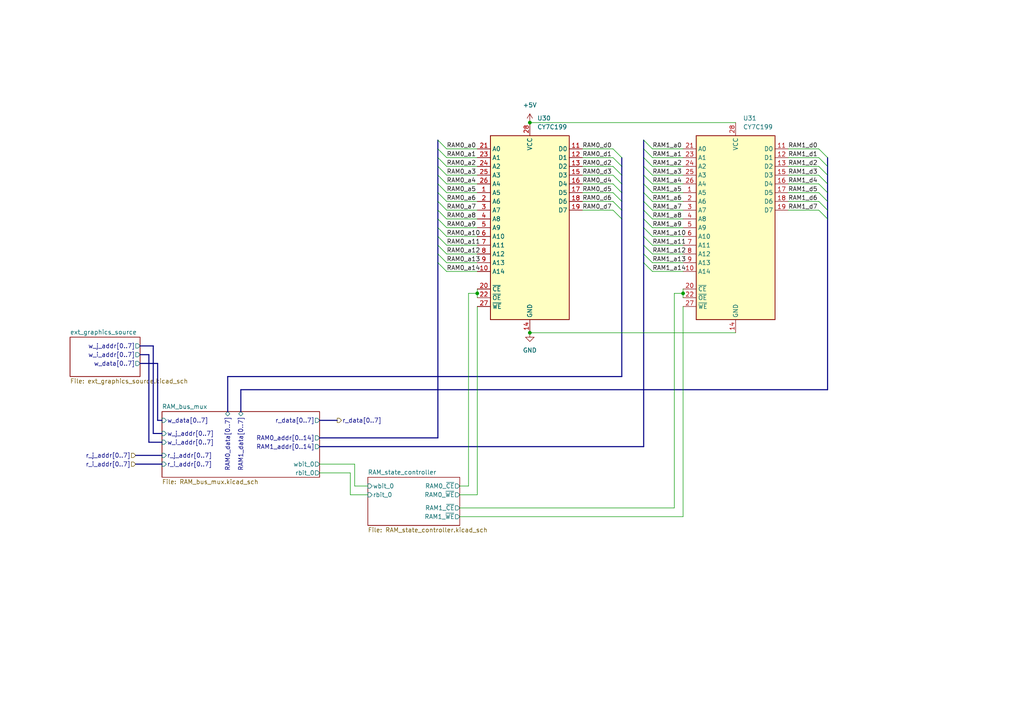
<source format=kicad_sch>
(kicad_sch (version 20250114) (generator "eeschema") (generator_version "9.0")
  (paper "A4")
  (lib_symbols
    (symbol "Memory_RAM:CY7C199"
      (property "Reference" "U" (at -11.43 27.94 0))
      (property "Value" "CY7C199" (at 3.81 27.94 0))
      (symbol "CY7C199_0_0"
        (pin power_in line (at 0 30.48 270) (length 3.81) (name "VCC") (number "28"))
        (pin power_in line (at 0 -30.48 90) (length 3.81) (name "GND") (number "14"))
      )
      (symbol "CY7C199_0_1"
        (rectangle (start -11.43 26.67) (end 11.43 -26.67) (stroke (width 0.254)) (fill (type background)))
      )
      (symbol "CY7C199_1_1"
        (pin input line (at -15.24 22.86 0) (length 3.81) (name "A0") (number "21"))
        (pin input line (at -15.24 20.32 0) (length 3.81) (name "A1") (number "23"))
        (pin input line (at -15.24 17.78 0) (length 3.81) (name "A2") (number "24"))
        (pin input line (at -15.24 15.24 0) (length 3.81) (name "A3") (number "25"))
        (pin input line (at -15.24 12.7 0) (length 3.81) (name "A4") (number "26"))
        (pin input line (at -15.24 10.16 0) (length 3.81) (name "A5") (number "1"))
        (pin input line (at -15.24 7.62 0) (length 3.81) (name "A6") (number "2"))
        (pin input line (at -15.24 5.08 0) (length 3.81) (name "A7") (number "3"))
        (pin input line (at -15.24 2.54 0) (length 3.81) (name "A8") (number "4"))
        (pin input line (at -15.24 0 0) (length 3.81) (name "A9") (number "5"))
        (pin input line (at -15.24 -2.54 0) (length 3.81) (name "A10") (number "6"))
        (pin input line (at -15.24 -5.08 0) (length 3.81) (name "A11") (number "7"))
        (pin input line (at -15.24 -7.62 0) (length 3.81) (name "A12") (number "8"))
        (pin input line (at -15.24 -10.16 0) (length 3.81) (name "A13") (number "9"))
        (pin input line (at -15.24 -12.7 0) (length 3.81) (name "A14") (number "10"))
        (pin input line (at -15.24 -17.78 0) (length 3.81) (name "~{CE}") (number "20"))
        (pin input line (at -15.24 -20.32 0) (length 3.81) (name "~{OE}") (number "22"))
        (pin input line (at -15.24 -22.86 0) (length 3.81) (name "~{WE}") (number "27"))
        (pin tri_state line (at 15.24 22.86 180) (length 3.81) (name "D0") (number "11"))
        (pin tri_state line (at 15.24 20.32 180) (length 3.81) (name "D1") (number "12"))
        (pin tri_state line (at 15.24 17.78 180) (length 3.81) (name "D2") (number "13"))
        (pin tri_state line (at 15.24 15.24 180) (length 3.81) (name "D3") (number "15"))
        (pin tri_state line (at 15.24 12.7 180) (length 3.81) (name "D4") (number "16"))
        (pin tri_state line (at 15.24 10.16 180) (length 3.81) (name "D5") (number "17"))
        (pin tri_state line (at 15.24 7.62 180) (length 3.81) (name "D6") (number "18"))
        (pin tri_state line (at 15.24 5.08 180) (length 3.81) (name "D7") (number "19"))
      )
    )
    (symbol "power:+5V" (power) (pin_numbers (hide yes)) (pin_names (offset 0) (hide yes))
      (property "Value" "+5V" (at 0 3.556 0))
      (symbol "+5V_0_1"
        (polyline (pts (xy -0.762 1.27) (xy 0 2.54)))
        (polyline (pts (xy 0 2.54) (xy 0.762 1.27)))
        (polyline (pts (xy 0 0) (xy 0 2.54)))
      )
      (symbol "+5V_1_1"
        (pin power_in line (at 0 0 90) (length 0) (name "~") (number "1"))
      )
    )
    (symbol "power:GND" (power) (pin_numbers (hide yes)) (pin_names (offset 0) (hide yes))
      (property "Value" "GND" (at 0 -3.81 0))
      (symbol "GND_0_1"
        (polyline (pts (xy 0 0) (xy 0 -1.27) (xy 1.27 -1.27) (xy 0 -2.54) (xy -1.27 -1.27) (xy 0 -1.27)))
      )
      (symbol "GND_1_1"
        (pin power_in line (at 0 0 270) (length 0) (name "~") (number "1"))
      )
    )
  )
  (junction (at 198.12 85.09))
  (junction (at 153.67 96.52))
  (junction (at 138.43 85.09))
  (junction (at 153.67 35.56))
  (bus_entry (at 189.23 63.5) (size -2.54 -2.54))
  (bus_entry (at 189.23 43.18) (size -2.54 -2.54))
  (bus_entry (at 177.8 55.88) (size 2.54 2.54))
  (bus_entry (at 177.8 53.34) (size 2.54 2.54))
  (bus_entry (at 240.03 48.26) (size -2.54 -2.54))
  (bus_entry (at 177.8 48.26) (size 2.54 2.54))
  (bus_entry (at 129.54 76.2) (size -2.54 -2.54))
  (bus_entry (at 129.54 45.72) (size -2.54 -2.54))
  (bus_entry (at 189.23 45.72) (size -2.54 -2.54))
  (bus_entry (at 189.23 50.8) (size -2.54 -2.54))
  (bus_entry (at 177.8 43.18) (size 2.54 2.54))
  (bus_entry (at 129.54 66.04) (size -2.54 -2.54))
  (bus_entry (at 177.8 45.72) (size 2.54 2.54))
  (bus_entry (at 189.23 60.96) (size -2.54 -2.54))
  (bus_entry (at 189.23 55.88) (size -2.54 -2.54))
  (bus_entry (at 129.54 68.58) (size -2.54 -2.54))
  (bus_entry (at 240.03 60.96) (size -2.54 -2.54))
  (bus_entry (at 189.23 48.26) (size -2.54 -2.54))
  (bus_entry (at 129.54 60.96) (size -2.54 -2.54))
  (bus_entry (at 129.54 55.88) (size -2.54 -2.54))
  (bus_entry (at 177.8 60.96) (size 2.54 2.54))
  (bus_entry (at 240.03 55.88) (size -2.54 -2.54))
  (bus_entry (at 129.54 53.34) (size -2.54 -2.54))
  (bus_entry (at 177.8 58.42) (size 2.54 2.54))
  (bus_entry (at 189.23 53.34) (size -2.54 -2.54))
  (bus_entry (at 129.54 50.8) (size -2.54 -2.54))
  (bus_entry (at 129.54 43.18) (size -2.54 -2.54))
  (bus_entry (at 177.8 50.8) (size 2.54 2.54))
  (bus_entry (at 129.54 78.74) (size -2.54 -2.54))
  (bus_entry (at 189.23 78.74) (size -2.54 -2.54))
  (bus_entry (at 129.54 71.12) (size -2.54 -2.54))
  (bus_entry (at 189.23 71.12) (size -2.54 -2.54))
  (bus_entry (at 189.23 66.04) (size -2.54 -2.54))
  (bus_entry (at 129.54 48.26) (size -2.54 -2.54))
  (bus_entry (at 129.54 58.42) (size -2.54 -2.54))
  (bus_entry (at 189.23 68.58) (size -2.54 -2.54))
  (bus_entry (at 240.03 45.72) (size -2.54 -2.54))
  (bus_entry (at 240.03 53.34) (size -2.54 -2.54))
  (bus_entry (at 189.23 76.2) (size -2.54 -2.54))
  (bus_entry (at 189.23 58.42) (size -2.54 -2.54))
  (bus_entry (at 129.54 63.5) (size -2.54 -2.54))
  (bus_entry (at 240.03 50.8) (size -2.54 -2.54))
  (bus_entry (at 189.23 73.66) (size -2.54 -2.54))
  (bus_entry (at 129.54 73.66) (size -2.54 -2.54))
  (bus_entry (at 240.03 58.42) (size -2.54 -2.54))
  (bus_entry (at 240.03 63.5) (size -2.54 -2.54))
  (bus (pts (xy 40.64 100.33) (xy 44.45 100.33)))
  (wire (pts (xy 129.54 45.72) (xy 138.43 45.72)))
  (wire (pts (xy 189.23 71.12) (xy 198.12 71.12)))
  (wire (pts (xy 129.54 48.26) (xy 138.43 48.26)))
  (wire (pts (xy 195.58 147.32) (xy 195.58 85.09)))
  (wire (pts (xy 198.12 85.09) (xy 198.12 86.36)))
  (bus (pts (xy 39.37 132.08) (xy 46.99 132.08)))
  (wire (pts (xy 189.23 58.42) (xy 198.12 58.42)))
  (wire (pts (xy 168.91 45.72) (xy 177.8 45.72)))
  (bus (pts (xy 186.69 60.96) (xy 186.69 63.5)))
  (bus (pts (xy 186.69 58.42) (xy 186.69 60.96)))
  (wire (pts (xy 189.23 53.34) (xy 198.12 53.34)))
  (bus (pts (xy 180.34 48.26) (xy 180.34 50.8)))
  (bus (pts (xy 186.69 71.12) (xy 186.69 73.66)))
  (bus (pts (xy 127 68.58) (xy 127 71.12)))
  (wire (pts (xy 189.23 48.26) (xy 198.12 48.26)))
  (bus (pts (xy 127 55.88) (xy 127 58.42)))
  (wire (pts (xy 198.12 149.86) (xy 198.12 88.9)))
  (bus (pts (xy 240.03 50.8) (xy 240.03 53.34)))
  (wire (pts (xy 138.43 88.9) (xy 138.43 143.51)))
  (wire (pts (xy 189.23 73.66) (xy 198.12 73.66)))
  (wire (pts (xy 228.6 55.88) (xy 237.49 55.88)))
  (wire (pts (xy 228.6 48.26) (xy 237.49 48.26)))
  (bus (pts (xy 186.69 50.8) (xy 186.69 53.34)))
  (bus (pts (xy 92.71 129.54) (xy 186.69 129.54)))
  (wire (pts (xy 101.6 137.16) (xy 92.71 137.16)))
  (bus (pts (xy 180.34 55.88) (xy 180.34 58.42)))
  (bus (pts (xy 46.99 128.27) (xy 43.18 128.27)))
  (bus (pts (xy 69.85 119.38) (xy 69.85 113.03)))
  (bus (pts (xy 45.72 121.92) (xy 46.99 121.92)))
  (wire (pts (xy 228.6 53.34) (xy 237.49 53.34)))
  (wire (pts (xy 189.23 43.18) (xy 198.12 43.18)))
  (bus (pts (xy 66.04 119.38) (xy 66.04 109.22)))
  (bus (pts (xy 127 60.96) (xy 127 63.5)))
  (wire (pts (xy 189.23 45.72) (xy 198.12 45.72)))
  (wire (pts (xy 189.23 60.96) (xy 198.12 60.96)))
  (wire (pts (xy 198.12 83.82) (xy 198.12 85.09)))
  (bus (pts (xy 240.03 45.72) (xy 240.03 48.26)))
  (wire (pts (xy 138.43 143.51) (xy 133.35 143.51)))
  (wire (pts (xy 102.87 134.62) (xy 92.71 134.62)))
  (wire (pts (xy 129.54 78.74) (xy 138.43 78.74)))
  (bus (pts (xy 186.69 63.5) (xy 186.69 66.04)))
  (wire (pts (xy 129.54 68.58) (xy 138.43 68.58)))
  (wire (pts (xy 189.23 68.58) (xy 198.12 68.58)))
  (wire (pts (xy 133.35 149.86) (xy 198.12 149.86)))
  (bus (pts (xy 127 50.8) (xy 127 53.34)))
  (wire (pts (xy 189.23 63.5) (xy 198.12 63.5)))
  (wire (pts (xy 133.35 140.97) (xy 135.89 140.97)))
  (bus (pts (xy 40.64 105.41) (xy 45.72 105.41)))
  (wire (pts (xy 129.54 66.04) (xy 138.43 66.04)))
  (bus (pts (xy 127 71.12) (xy 127 73.66)))
  (bus (pts (xy 240.03 60.96) (xy 240.03 63.5)))
  (bus (pts (xy 127 73.66) (xy 127 76.2)))
  (wire (pts (xy 168.91 58.42) (xy 177.8 58.42)))
  (wire (pts (xy 228.6 60.96) (xy 237.49 60.96)))
  (bus (pts (xy 240.03 63.5) (xy 240.03 113.03)))
  (wire (pts (xy 228.6 58.42) (xy 237.49 58.42)))
  (bus (pts (xy 127 76.2) (xy 127 127)))
  (bus (pts (xy 44.45 100.33) (xy 44.45 125.73)))
  (bus (pts (xy 186.69 66.04) (xy 186.69 68.58)))
  (wire (pts (xy 153.67 96.52) (xy 213.36 96.52)))
  (wire (pts (xy 189.23 78.74) (xy 198.12 78.74)))
  (bus (pts (xy 186.69 43.18) (xy 186.69 45.72)))
  (bus (pts (xy 127 63.5) (xy 127 66.04)))
  (bus (pts (xy 186.69 53.34) (xy 186.69 55.88)))
  (wire (pts (xy 138.43 83.82) (xy 138.43 85.09)))
  (bus (pts (xy 186.69 76.2) (xy 186.69 129.54)))
  (bus (pts (xy 43.18 102.87) (xy 40.64 102.87)))
  (wire (pts (xy 133.35 147.32) (xy 195.58 147.32)))
  (bus (pts (xy 66.04 109.22) (xy 180.34 109.22)))
  (wire (pts (xy 129.54 53.34) (xy 138.43 53.34)))
  (wire (pts (xy 129.54 76.2) (xy 138.43 76.2)))
  (wire (pts (xy 189.23 50.8) (xy 198.12 50.8)))
  (bus (pts (xy 45.72 105.41) (xy 45.72 121.92)))
  (bus (pts (xy 92.71 127) (xy 127 127)))
  (bus (pts (xy 186.69 40.64) (xy 186.69 43.18)))
  (bus (pts (xy 186.69 55.88) (xy 186.69 58.42)))
  (wire (pts (xy 168.91 43.18) (xy 177.8 43.18)))
  (bus (pts (xy 127 53.34) (xy 127 55.88)))
  (wire (pts (xy 138.43 85.09) (xy 138.43 86.36)))
  (wire (pts (xy 129.54 63.5) (xy 138.43 63.5)))
  (bus (pts (xy 180.34 53.34) (xy 180.34 55.88)))
  (wire (pts (xy 168.91 55.88) (xy 177.8 55.88)))
  (bus (pts (xy 240.03 53.34) (xy 240.03 55.88)))
  (wire (pts (xy 102.87 140.97) (xy 106.68 140.97)))
  (wire (pts (xy 129.54 60.96) (xy 138.43 60.96)))
  (bus (pts (xy 127 66.04) (xy 127 68.58)))
  (wire (pts (xy 168.91 60.96) (xy 177.8 60.96)))
  (bus (pts (xy 39.37 134.62) (xy 46.99 134.62)))
  (bus (pts (xy 180.34 50.8) (xy 180.34 53.34)))
  (bus (pts (xy 69.85 113.03) (xy 240.03 113.03)))
  (wire (pts (xy 153.67 35.56) (xy 213.36 35.56)))
  (bus (pts (xy 44.45 125.73) (xy 46.99 125.73)))
  (wire (pts (xy 228.6 45.72) (xy 237.49 45.72)))
  (bus (pts (xy 180.34 63.5) (xy 180.34 109.22)))
  (bus (pts (xy 186.69 45.72) (xy 186.69 48.26)))
  (bus (pts (xy 180.34 45.72) (xy 180.34 48.26)))
  (wire (pts (xy 102.87 140.97) (xy 102.87 134.62)))
  (bus (pts (xy 127 43.18) (xy 127 45.72)))
  (bus (pts (xy 186.69 68.58) (xy 186.69 71.12)))
  (wire (pts (xy 168.91 50.8) (xy 177.8 50.8)))
  (wire (pts (xy 129.54 55.88) (xy 138.43 55.88)))
  (wire (pts (xy 195.58 85.09) (xy 198.12 85.09)))
  (bus (pts (xy 127 48.26) (xy 127 50.8)))
  (wire (pts (xy 168.91 48.26) (xy 177.8 48.26)))
  (wire (pts (xy 101.6 143.51) (xy 101.6 137.16)))
  (bus (pts (xy 240.03 48.26) (xy 240.03 50.8)))
  (wire (pts (xy 228.6 50.8) (xy 237.49 50.8)))
  (bus (pts (xy 127 45.72) (xy 127 48.26)))
  (wire (pts (xy 168.91 53.34) (xy 177.8 53.34)))
  (wire (pts (xy 129.54 50.8) (xy 138.43 50.8)))
  (wire (pts (xy 189.23 76.2) (xy 198.12 76.2)))
  (wire (pts (xy 228.6 43.18) (xy 237.49 43.18)))
  (wire (pts (xy 129.54 73.66) (xy 138.43 73.66)))
  (wire (pts (xy 129.54 43.18) (xy 138.43 43.18)))
  (wire (pts (xy 101.6 143.51) (xy 106.68 143.51)))
  (bus (pts (xy 186.69 73.66) (xy 186.69 76.2)))
  (bus (pts (xy 127 40.64) (xy 127 43.18)))
  (wire (pts (xy 129.54 71.12) (xy 138.43 71.12)))
  (bus (pts (xy 92.71 121.92) (xy 97.79 121.92)))
  (bus (pts (xy 43.18 128.27) (xy 43.18 102.87)))
  (wire (pts (xy 135.89 85.09) (xy 138.43 85.09)))
  (bus (pts (xy 186.69 48.26) (xy 186.69 50.8)))
  (bus (pts (xy 180.34 58.42) (xy 180.34 60.96)))
  (bus (pts (xy 240.03 55.88) (xy 240.03 58.42)))
  (wire (pts (xy 135.89 140.97) (xy 135.89 85.09)))
  (wire (pts (xy 189.23 55.88) (xy 198.12 55.88)))
  (wire (pts (xy 189.23 66.04) (xy 198.12 66.04)))
  (bus (pts (xy 180.34 60.96) (xy 180.34 63.5)))
  (bus (pts (xy 240.03 58.42) (xy 240.03 60.96)))
  (wire (pts (xy 129.54 58.42) (xy 138.43 58.42)))
  (bus (pts (xy 127 58.42) (xy 127 60.96)))
  (label "RAM0_a14" (at 129.54 78.74 0))
  (label "RAM1_d0" (at 228.6 43.18 0))
  (label "RAM0_d5" (at 168.91 55.88 0))
  (label "RAM0_d2" (at 168.91 48.26 0))
  (label "RAM1_d5" (at 228.6 55.88 0))
  (label "RAM0_a6" (at 129.54 58.42 0))
  (label "RAM1_d2" (at 228.6 48.26 0))
  (label "RAM1_a12" (at 189.23 73.66 0))
  (label "RAM0_d6" (at 168.91 58.42 0))
  (label "RAM0_d3" (at 168.91 50.8 0))
  (label "RAM0_a2" (at 129.54 48.26 0))
  (label "RAM1_a5" (at 189.23 55.88 0))
  (label "RAM1_a9" (at 189.23 66.04 0))
  (label "RAM0_a12" (at 129.54 73.66 0))
  (label "RAM0_a13" (at 129.54 76.2 0))
  (label "RAM0_a1" (at 129.54 45.72 0))
  (label "RAM0_a7" (at 129.54 60.96 0))
  (label "RAM0_a5" (at 129.54 55.88 0))
  (label "RAM1_a10" (at 189.23 68.58 0))
  (label "RAM0_d1" (at 168.91 45.72 0))
  (label "RAM1_a14" (at 189.23 78.74 0))
  (label "RAM1_d7" (at 228.6 60.96 0))
  (label "RAM1_a2" (at 189.23 48.26 0))
  (label "RAM0_d4" (at 168.91 53.34 0))
  (label "RAM0_a9" (at 129.54 66.04 0))
  (label "RAM1_a11" (at 189.23 71.12 0))
  (label "RAM1_a13" (at 189.23 76.2 0))
  (label "RAM1_a7" (at 189.23 60.96 0))
  (label "RAM0_a8" (at 129.54 63.5 0))
  (label "RAM1_a1" (at 189.23 45.72 0))
  (label "RAM0_d7" (at 168.91 60.96 0))
  (label "RAM0_a4" (at 129.54 53.34 0))
  (label "RAM1_a8" (at 189.23 63.5 0))
  (label "RAM0_d0" (at 168.91 43.18 0))
  (label "RAM1_a4" (at 189.23 53.34 0))
  (label "RAM1_d1" (at 228.6 45.72 0))
  (label "RAM1_d6" (at 228.6 58.42 0))
  (label "RAM0_a10" (at 129.54 68.58 0))
  (label "RAM1_a0" (at 189.23 43.18 0))
  (label "RAM1_d4" (at 228.6 53.34 0))
  (label "RAM1_a6" (at 189.23 58.42 0))
  (label "RAM1_d3" (at 228.6 50.8 0))
  (label "RAM1_a3" (at 189.23 50.8 0))
  (label "RAM0_a11" (at 129.54 71.12 0))
  (label "RAM0_a3" (at 129.54 50.8 0))
  (label "RAM0_a0" (at 129.54 43.18 0))
  (hierarchical_label "r_j_addr[0..7]" (shape input) (at 39.37 132.08 180))
  (hierarchical_label "r_i_addr[0..7]" (shape input) (at 39.37 134.62 180))
  (hierarchical_label "r_data[0..7]" (shape output) (at 97.79 121.92 0))
  (symbol (lib_id "power:GND") (at 153.67 96.52 0) (unit 1)
    (property "Reference" "#PWR076" (effects (hide yes)))
    (property "Value" "GND" (at 153.67 101.6 0))
    (property "Description" "Power symbol creates a global label with name \"GND\" , ground" (effects (hide yes)))
  )
  (symbol (lib_id "power:+5V") (at 153.67 35.56 0) (unit 1)
    (property "Reference" "#PWR075" (effects (hide yes)))
    (property "Value" "+5V" (at 153.67 30.48 0))
    (property "Description" "Power symbol creates a global label with name \"+5V\"" (effects (hide yes)))
  )
  (symbol (lib_id "Memory_RAM:CY7C199") (at 213.36 66.04 0) (unit 1)
    (property "Reference" "U31" (at 215.5033 34.29 0) (effects (justify left)))
    (property "Value" "CY7C199" (at 215.5033 36.83 0) (effects (justify left)))
  )
  (symbol (lib_id "Memory_RAM:CY7C199") (at 153.67 66.04 0) (unit 1)
    (property "Reference" "U30" (at 155.8133 34.29 0) (effects (justify left)))
    (property "Value" "CY7C199" (at 155.8133 36.83 0) (effects (justify left)))
  )
  (sheet (at 106.68 138.43) (size 26.67 13.97) (stroke (width 0.1524))
    (property "Sheetname" "RAM_state_controller" (at 106.68 137.7184 0) (effects (justify left bottom)))
    (property "Sheetfile" "RAM_state_controller.kicad_sch" (at 106.68 152.9846 0) (effects (justify left top)))
    (pin "RAM0_~{WE}" output (at 133.35 143.51 0))
    (pin "wbit_0" input (at 106.68 140.97 180))
    (pin "RAM1_~{WE}" output (at 133.35 149.86 0))
    (pin "RAM1_~{CE}" output (at 133.35 147.32 0))
    (pin "RAM0_~{CE}" output (at 133.35 140.97 0))
    (pin "rbit_0" input (at 106.68 143.51 180))
  )
  (sheet (at 20.32 97.79) (size 20.32 11.43) (stroke (width 0.1524))
    (property "Sheetname" "ext_graphics_source" (at 20.32 97.0784 0) (effects (justify left bottom)))
    (property "Sheetfile" "ext_graphics_source.kicad_sch" (at 20.32 109.8046 0) (effects (justify left top)))
    (pin "w_i_addr[0..7]" output (at 40.64 102.87 0))
    (pin "w_data[0..7]" output (at 40.64 105.41 0))
    (pin "w_j_addr[0..7]" output (at 40.64 100.33 0))
  )
  (sheet (at 46.99 119.38) (size 45.72 19.05) (stroke (width 0.1524))
    (property "Sheetname" "RAM_bus_mux" (at 46.99 118.6684 0) (effects (justify left bottom)))
    (property "Sheetfile" "RAM_bus_mux.kicad_sch" (at 46.99 139.0146 0) (effects (justify left top)))
    (pin "r_data[0..7]" output (at 92.71 121.92 0))
    (pin "RAM0_addr[0..14]" output (at 92.71 127 0))
    (pin "wbit_0" output (at 92.71 134.62 0))
    (pin "RAM1_addr[0..14]" output (at 92.71 129.54 0))
    (pin "rbit_0" output (at 92.71 137.16 0))
    (pin "w_data[0..7]" input (at 46.99 121.92 180))
    (pin "w_j_addr[0..7]" input (at 46.99 125.73 180))
    (pin "r_i_addr[0..7]" input (at 46.99 134.62 180))
    (pin "RAM0_data[0..7]" bidirectional (at 66.04 119.38 90))
    (pin "RAM1_data[0..7]" bidirectional (at 69.85 119.38 90))
    (pin "r_j_addr[0..7]" input (at 46.99 132.08 180))
    (pin "w_i_addr[0..7]" input (at 46.99 128.27 180))
  )
)
</source>
